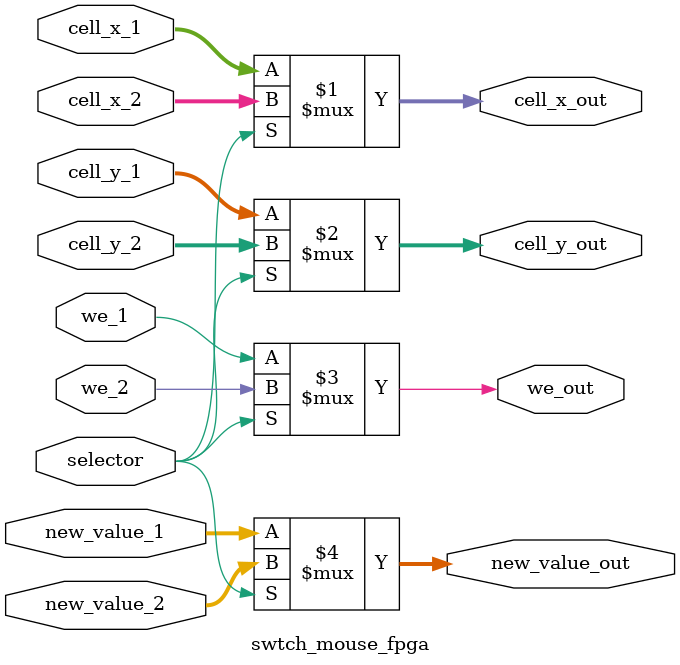
<source format=v>
`timescale 1ns / 1ps


// modulo che direziona in uscita i dati della 
// -------------------------------------------
// porta 1 			se selector=0 
// porta 2 			se selector=1		

module swtch_mouse_fpga(

		 cell_x_1, 		//cella x 
		 cell_y_1, 		//cella y
		 we_1, 			//Write enable, se deve scrivere
		 new_value_1, 	//valore da scrivere

		 cell_x_2, 		//cella x 
		 cell_y_2, 		//cella y
		 we_2, 			//Write enable, se deve scrivere
		 new_value_2, 	//valore da scrivere

		 selector,

	 cell_x_out, 		//cella x 
	 cell_y_out, 		//cella y
	 we_out, 			//Write enable, se deve scrivere
	 new_value_out 	//valore da scrivere

		);

	input	 [2:0]cell_x_1; //cella x 
	input	 [2:0]cell_y_1; //cella y
	input	 we_1; //Write enable, se deve scrivere
	input	 [3:0]new_value_1; //valore da scrivere
	
	input	 [2:0]cell_x_2; //cella x 
	input	 [2:0]cell_y_2; //cella y
	input	 we_2; //Write enable, se deve scrivere
	input	 [3:0]new_value_2; //valore da scrivere
	
	input  selector;

output	 [2:0]cell_x_out; //cella x 
output	 [2:0]cell_y_out; //cella y
output	 we_out; //Write enable, se deve scrivere
output	 [3:0]new_value_out; //valore da scrivere

assign cell_x_out = selector ? cell_x_2 : cell_x_1;
assign cell_y_out = selector ? cell_y_2 : cell_y_1;
assign we_out = selector ? we_2 : we_1;
assign new_value_out = selector ? new_value_2 : new_value_1;

endmodule

</source>
